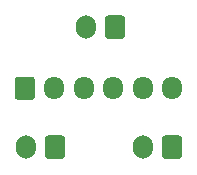
<source format=gbr>
%TF.GenerationSoftware,KiCad,Pcbnew,(5.1.10)-1*%
%TF.CreationDate,2021-10-08T12:17:51+09:00*%
%TF.ProjectId,XH_Board,58485f42-6f61-4726-942e-6b696361645f,rev?*%
%TF.SameCoordinates,Original*%
%TF.FileFunction,Copper,L1,Top*%
%TF.FilePolarity,Positive*%
%FSLAX46Y46*%
G04 Gerber Fmt 4.6, Leading zero omitted, Abs format (unit mm)*
G04 Created by KiCad (PCBNEW (5.1.10)-1) date 2021-10-08 12:17:51*
%MOMM*%
%LPD*%
G01*
G04 APERTURE LIST*
%TA.AperFunction,ComponentPad*%
%ADD10O,1.700000X2.000000*%
%TD*%
%TA.AperFunction,ComponentPad*%
%ADD11O,1.700000X1.950000*%
%TD*%
G04 APERTURE END LIST*
D10*
%TO.P,J4,2*%
%TO.N,Net-(J3-Pad1)*%
X124500000Y-106172000D03*
%TO.P,J4,1*%
%TO.N,Net-(J3-Pad2)*%
%TA.AperFunction,ComponentPad*%
G36*
G01*
X127850000Y-105422000D02*
X127850000Y-106922000D01*
G75*
G02*
X127600000Y-107172000I-250000J0D01*
G01*
X126400000Y-107172000D01*
G75*
G02*
X126150000Y-106922000I0J250000D01*
G01*
X126150000Y-105422000D01*
G75*
G02*
X126400000Y-105172000I250000J0D01*
G01*
X127600000Y-105172000D01*
G75*
G02*
X127850000Y-105422000I0J-250000D01*
G01*
G37*
%TD.AperFunction*%
%TD*%
D11*
%TO.P,J3,6*%
%TO.N,Net-(J1-Pad1)*%
X136937001Y-101185001D03*
%TO.P,J3,5*%
%TO.N,Net-(J1-Pad2)*%
X134437001Y-101185001D03*
%TO.P,J3,4*%
%TO.N,Net-(J2-Pad1)*%
X131937001Y-101185001D03*
%TO.P,J3,3*%
%TO.N,Net-(J2-Pad2)*%
X129437001Y-101185001D03*
%TO.P,J3,2*%
%TO.N,Net-(J3-Pad2)*%
X126937001Y-101185001D03*
%TO.P,J3,1*%
%TO.N,Net-(J3-Pad1)*%
%TA.AperFunction,ComponentPad*%
G36*
G01*
X123587001Y-101910001D02*
X123587001Y-100460001D01*
G75*
G02*
X123837001Y-100210001I250000J0D01*
G01*
X125037001Y-100210001D01*
G75*
G02*
X125287001Y-100460001I0J-250000D01*
G01*
X125287001Y-101910001D01*
G75*
G02*
X125037001Y-102160001I-250000J0D01*
G01*
X123837001Y-102160001D01*
G75*
G02*
X123587001Y-101910001I0J250000D01*
G01*
G37*
%TD.AperFunction*%
%TD*%
D10*
%TO.P,J2,2*%
%TO.N,Net-(J2-Pad2)*%
X129580000Y-96012000D03*
%TO.P,J2,1*%
%TO.N,Net-(J2-Pad1)*%
%TA.AperFunction,ComponentPad*%
G36*
G01*
X132930000Y-95262000D02*
X132930000Y-96762000D01*
G75*
G02*
X132680000Y-97012000I-250000J0D01*
G01*
X131480000Y-97012000D01*
G75*
G02*
X131230000Y-96762000I0J250000D01*
G01*
X131230000Y-95262000D01*
G75*
G02*
X131480000Y-95012000I250000J0D01*
G01*
X132680000Y-95012000D01*
G75*
G02*
X132930000Y-95262000I0J-250000D01*
G01*
G37*
%TD.AperFunction*%
%TD*%
%TO.P,J1,2*%
%TO.N,Net-(J1-Pad2)*%
X134406000Y-106172000D03*
%TO.P,J1,1*%
%TO.N,Net-(J1-Pad1)*%
%TA.AperFunction,ComponentPad*%
G36*
G01*
X137756000Y-105422000D02*
X137756000Y-106922000D01*
G75*
G02*
X137506000Y-107172000I-250000J0D01*
G01*
X136306000Y-107172000D01*
G75*
G02*
X136056000Y-106922000I0J250000D01*
G01*
X136056000Y-105422000D01*
G75*
G02*
X136306000Y-105172000I250000J0D01*
G01*
X137506000Y-105172000D01*
G75*
G02*
X137756000Y-105422000I0J-250000D01*
G01*
G37*
%TD.AperFunction*%
%TD*%
M02*

</source>
